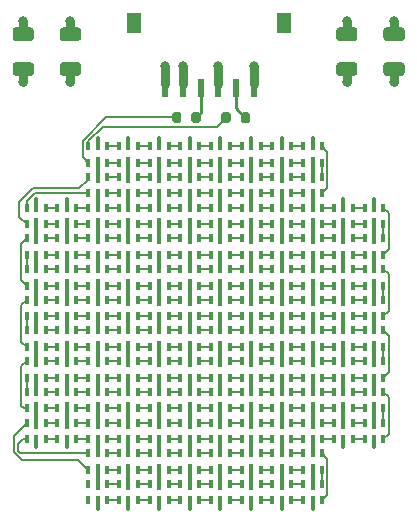
<source format=gbr>
G04 #@! TF.GenerationSoftware,KiCad,Pcbnew,(5.1.9-0-10_14)*
G04 #@! TF.CreationDate,2021-04-12T02:05:24-07:00*
G04 #@! TF.ProjectId,LED_array,4c45445f-6172-4726-9179-2e6b69636164,rev?*
G04 #@! TF.SameCoordinates,Original*
G04 #@! TF.FileFunction,Copper,L1,Top*
G04 #@! TF.FilePolarity,Positive*
%FSLAX46Y46*%
G04 Gerber Fmt 4.6, Leading zero omitted, Abs format (unit mm)*
G04 Created by KiCad (PCBNEW (5.1.9-0-10_14)) date 2021-04-12 02:05:24*
%MOMM*%
%LPD*%
G01*
G04 APERTURE LIST*
G04 #@! TA.AperFunction,SMDPad,CuDef*
%ADD10R,1.250000X1.800000*%
G04 #@! TD*
G04 #@! TA.AperFunction,SMDPad,CuDef*
%ADD11R,0.600000X1.600000*%
G04 #@! TD*
G04 #@! TA.AperFunction,SMDPad,CuDef*
%ADD12R,0.450000X0.850000*%
G04 #@! TD*
G04 #@! TA.AperFunction,SMDPad,CuDef*
%ADD13R,0.450000X0.650000*%
G04 #@! TD*
G04 #@! TA.AperFunction,ViaPad*
%ADD14C,0.800000*%
G04 #@! TD*
G04 #@! TA.AperFunction,ViaPad*
%ADD15C,0.400000*%
G04 #@! TD*
G04 #@! TA.AperFunction,Conductor*
%ADD16C,0.300000*%
G04 #@! TD*
G04 #@! TA.AperFunction,Conductor*
%ADD17C,0.800000*%
G04 #@! TD*
G04 #@! TA.AperFunction,Conductor*
%ADD18C,0.200000*%
G04 #@! TD*
G04 #@! TA.AperFunction,Conductor*
%ADD19C,0.127000*%
G04 #@! TD*
G04 #@! TA.AperFunction,Conductor*
%ADD20C,0.250000*%
G04 #@! TD*
G04 APERTURE END LIST*
D10*
X66715000Y-24550000D03*
D11*
X56610000Y-30040000D03*
X58110000Y-30040000D03*
X59610000Y-30040000D03*
X61110000Y-30040000D03*
X62610000Y-30040000D03*
D10*
X54005000Y-24550000D03*
D11*
X64110000Y-30040000D03*
D12*
X69100000Y-63700000D03*
D13*
X68300000Y-63600000D03*
X69900000Y-63600000D03*
X69100000Y-65000000D03*
X68300000Y-65000000D03*
X69900000Y-65000000D03*
D12*
X50900000Y-36300000D03*
D13*
X51700000Y-36400000D03*
X50100000Y-36400000D03*
X50900000Y-35000000D03*
X51700000Y-35000000D03*
X50100000Y-35000000D03*
D12*
X53500000Y-36300000D03*
D13*
X54300000Y-36400000D03*
X52700000Y-36400000D03*
X53500000Y-35000000D03*
X54300000Y-35000000D03*
X52700000Y-35000000D03*
D12*
X56100000Y-36300000D03*
D13*
X56900000Y-36400000D03*
X55300000Y-36400000D03*
X56100000Y-35000000D03*
X56900000Y-35000000D03*
X55300000Y-35000000D03*
D12*
X58700000Y-36300000D03*
D13*
X59500000Y-36400000D03*
X57900000Y-36400000D03*
X58700000Y-35000000D03*
X59500000Y-35000000D03*
X57900000Y-35000000D03*
D12*
X61300000Y-36300000D03*
D13*
X62100000Y-36400000D03*
X60500000Y-36400000D03*
X61300000Y-35000000D03*
X62100000Y-35000000D03*
X60500000Y-35000000D03*
D12*
X63900000Y-36300000D03*
D13*
X64700000Y-36400000D03*
X63100000Y-36400000D03*
X63900000Y-35000000D03*
X64700000Y-35000000D03*
X63100000Y-35000000D03*
D12*
X66500000Y-36300000D03*
D13*
X67300000Y-36400000D03*
X65700000Y-36400000D03*
X66500000Y-35000000D03*
X67300000Y-35000000D03*
X65700000Y-35000000D03*
D12*
X69100000Y-36300000D03*
D13*
X69900000Y-36400000D03*
X68300000Y-36400000D03*
X69100000Y-35000000D03*
X69900000Y-35000000D03*
X68300000Y-35000000D03*
D12*
X69100000Y-37700000D03*
D13*
X68300000Y-37600000D03*
X69900000Y-37600000D03*
X69100000Y-39000000D03*
X68300000Y-39000000D03*
X69900000Y-39000000D03*
D12*
X66500000Y-37700000D03*
D13*
X65700000Y-37600000D03*
X67300000Y-37600000D03*
X66500000Y-39000000D03*
X65700000Y-39000000D03*
X67300000Y-39000000D03*
D12*
X63900000Y-37700000D03*
D13*
X63100000Y-37600000D03*
X64700000Y-37600000D03*
X63900000Y-39000000D03*
X63100000Y-39000000D03*
X64700000Y-39000000D03*
D12*
X61300000Y-37700000D03*
D13*
X60500000Y-37600000D03*
X62100000Y-37600000D03*
X61300000Y-39000000D03*
X60500000Y-39000000D03*
X62100000Y-39000000D03*
D12*
X58700000Y-37700000D03*
D13*
X57900000Y-37600000D03*
X59500000Y-37600000D03*
X58700000Y-39000000D03*
X57900000Y-39000000D03*
X59500000Y-39000000D03*
D12*
X56100000Y-37700000D03*
D13*
X55300000Y-37600000D03*
X56900000Y-37600000D03*
X56100000Y-39000000D03*
X55300000Y-39000000D03*
X56900000Y-39000000D03*
D12*
X53500000Y-37700000D03*
D13*
X52700000Y-37600000D03*
X54300000Y-37600000D03*
X53500000Y-39000000D03*
X52700000Y-39000000D03*
X54300000Y-39000000D03*
D12*
X50900000Y-37700000D03*
D13*
X50100000Y-37600000D03*
X51700000Y-37600000D03*
X50900000Y-39000000D03*
X50100000Y-39000000D03*
X51700000Y-39000000D03*
D12*
X45700000Y-41500000D03*
D13*
X46500000Y-41600000D03*
X44900000Y-41600000D03*
X45700000Y-40200000D03*
X46500000Y-40200000D03*
X44900000Y-40200000D03*
D12*
X48300000Y-41500000D03*
D13*
X49100000Y-41600000D03*
X47500000Y-41600000D03*
X48300000Y-40200000D03*
X49100000Y-40200000D03*
X47500000Y-40200000D03*
D12*
X50900000Y-41500000D03*
D13*
X51700000Y-41600000D03*
X50100000Y-41600000D03*
X50900000Y-40200000D03*
X51700000Y-40200000D03*
X50100000Y-40200000D03*
D12*
X53500000Y-41500000D03*
D13*
X54300000Y-41600000D03*
X52700000Y-41600000D03*
X53500000Y-40200000D03*
X54300000Y-40200000D03*
X52700000Y-40200000D03*
D12*
X56100000Y-41500000D03*
D13*
X56900000Y-41600000D03*
X55300000Y-41600000D03*
X56100000Y-40200000D03*
X56900000Y-40200000D03*
X55300000Y-40200000D03*
D12*
X58700000Y-41500000D03*
D13*
X59500000Y-41600000D03*
X57900000Y-41600000D03*
X58700000Y-40200000D03*
X59500000Y-40200000D03*
X57900000Y-40200000D03*
D12*
X61300000Y-41500000D03*
D13*
X62100000Y-41600000D03*
X60500000Y-41600000D03*
X61300000Y-40200000D03*
X62100000Y-40200000D03*
X60500000Y-40200000D03*
D12*
X63900000Y-41500000D03*
D13*
X64700000Y-41600000D03*
X63100000Y-41600000D03*
X63900000Y-40200000D03*
X64700000Y-40200000D03*
X63100000Y-40200000D03*
D12*
X66500000Y-41500000D03*
D13*
X67300000Y-41600000D03*
X65700000Y-41600000D03*
X66500000Y-40200000D03*
X67300000Y-40200000D03*
X65700000Y-40200000D03*
D12*
X69100000Y-41500000D03*
D13*
X69900000Y-41600000D03*
X68300000Y-41600000D03*
X69100000Y-40200000D03*
X69900000Y-40200000D03*
X68300000Y-40200000D03*
D12*
X71700000Y-41500000D03*
D13*
X72500000Y-41600000D03*
X70900000Y-41600000D03*
X71700000Y-40200000D03*
X72500000Y-40200000D03*
X70900000Y-40200000D03*
D12*
X74300000Y-41500000D03*
D13*
X75100000Y-41600000D03*
X73500000Y-41600000D03*
X74300000Y-40200000D03*
X75100000Y-40200000D03*
X73500000Y-40200000D03*
D12*
X74300000Y-42900000D03*
D13*
X73500000Y-42800000D03*
X75100000Y-42800000D03*
X74300000Y-44200000D03*
X73500000Y-44200000D03*
X75100000Y-44200000D03*
D12*
X71700000Y-42900000D03*
D13*
X70900000Y-42800000D03*
X72500000Y-42800000D03*
X71700000Y-44200000D03*
X70900000Y-44200000D03*
X72500000Y-44200000D03*
D12*
X69100000Y-42900000D03*
D13*
X68300000Y-42800000D03*
X69900000Y-42800000D03*
X69100000Y-44200000D03*
X68300000Y-44200000D03*
X69900000Y-44200000D03*
D12*
X66500000Y-42900000D03*
D13*
X65700000Y-42800000D03*
X67300000Y-42800000D03*
X66500000Y-44200000D03*
X65700000Y-44200000D03*
X67300000Y-44200000D03*
D12*
X63900000Y-42900000D03*
D13*
X63100000Y-42800000D03*
X64700000Y-42800000D03*
X63900000Y-44200000D03*
X63100000Y-44200000D03*
X64700000Y-44200000D03*
D12*
X61300000Y-42900000D03*
D13*
X60500000Y-42800000D03*
X62100000Y-42800000D03*
X61300000Y-44200000D03*
X60500000Y-44200000D03*
X62100000Y-44200000D03*
D12*
X58700000Y-42900000D03*
D13*
X57900000Y-42800000D03*
X59500000Y-42800000D03*
X58700000Y-44200000D03*
X57900000Y-44200000D03*
X59500000Y-44200000D03*
D12*
X56100000Y-42900000D03*
D13*
X55300000Y-42800000D03*
X56900000Y-42800000D03*
X56100000Y-44200000D03*
X55300000Y-44200000D03*
X56900000Y-44200000D03*
D12*
X53500000Y-42900000D03*
D13*
X52700000Y-42800000D03*
X54300000Y-42800000D03*
X53500000Y-44200000D03*
X52700000Y-44200000D03*
X54300000Y-44200000D03*
D12*
X50900000Y-42900000D03*
D13*
X50100000Y-42800000D03*
X51700000Y-42800000D03*
X50900000Y-44200000D03*
X50100000Y-44200000D03*
X51700000Y-44200000D03*
D12*
X48300000Y-42900000D03*
D13*
X47500000Y-42800000D03*
X49100000Y-42800000D03*
X48300000Y-44200000D03*
X47500000Y-44200000D03*
X49100000Y-44200000D03*
D12*
X45700000Y-42900000D03*
D13*
X44900000Y-42800000D03*
X46500000Y-42800000D03*
X45700000Y-44200000D03*
X44900000Y-44200000D03*
X46500000Y-44200000D03*
D12*
X45700000Y-46700000D03*
D13*
X46500000Y-46800000D03*
X44900000Y-46800000D03*
X45700000Y-45400000D03*
X46500000Y-45400000D03*
X44900000Y-45400000D03*
D12*
X48300000Y-46700000D03*
D13*
X49100000Y-46800000D03*
X47500000Y-46800000D03*
X48300000Y-45400000D03*
X49100000Y-45400000D03*
X47500000Y-45400000D03*
D12*
X50900000Y-46700000D03*
D13*
X51700000Y-46800000D03*
X50100000Y-46800000D03*
X50900000Y-45400000D03*
X51700000Y-45400000D03*
X50100000Y-45400000D03*
D12*
X53500000Y-46700000D03*
D13*
X54300000Y-46800000D03*
X52700000Y-46800000D03*
X53500000Y-45400000D03*
X54300000Y-45400000D03*
X52700000Y-45400000D03*
D12*
X56100000Y-46700000D03*
D13*
X56900000Y-46800000D03*
X55300000Y-46800000D03*
X56100000Y-45400000D03*
X56900000Y-45400000D03*
X55300000Y-45400000D03*
D12*
X58700000Y-46700000D03*
D13*
X59500000Y-46800000D03*
X57900000Y-46800000D03*
X58700000Y-45400000D03*
X59500000Y-45400000D03*
X57900000Y-45400000D03*
D12*
X61300000Y-46700000D03*
D13*
X62100000Y-46800000D03*
X60500000Y-46800000D03*
X61300000Y-45400000D03*
X62100000Y-45400000D03*
X60500000Y-45400000D03*
D12*
X63900000Y-46700000D03*
D13*
X64700000Y-46800000D03*
X63100000Y-46800000D03*
X63900000Y-45400000D03*
X64700000Y-45400000D03*
X63100000Y-45400000D03*
D12*
X66500000Y-46700000D03*
D13*
X67300000Y-46800000D03*
X65700000Y-46800000D03*
X66500000Y-45400000D03*
X67300000Y-45400000D03*
X65700000Y-45400000D03*
D12*
X69100000Y-46700000D03*
D13*
X69900000Y-46800000D03*
X68300000Y-46800000D03*
X69100000Y-45400000D03*
X69900000Y-45400000D03*
X68300000Y-45400000D03*
D12*
X71700000Y-46700000D03*
D13*
X72500000Y-46800000D03*
X70900000Y-46800000D03*
X71700000Y-45400000D03*
X72500000Y-45400000D03*
X70900000Y-45400000D03*
D12*
X74300000Y-46700000D03*
D13*
X75100000Y-46800000D03*
X73500000Y-46800000D03*
X74300000Y-45400000D03*
X75100000Y-45400000D03*
X73500000Y-45400000D03*
D12*
X74300000Y-48100000D03*
D13*
X73500000Y-48000000D03*
X75100000Y-48000000D03*
X74300000Y-49400000D03*
X73500000Y-49400000D03*
X75100000Y-49400000D03*
D12*
X71700000Y-48100000D03*
D13*
X70900000Y-48000000D03*
X72500000Y-48000000D03*
X71700000Y-49400000D03*
X70900000Y-49400000D03*
X72500000Y-49400000D03*
D12*
X69100000Y-48100000D03*
D13*
X68300000Y-48000000D03*
X69900000Y-48000000D03*
X69100000Y-49400000D03*
X68300000Y-49400000D03*
X69900000Y-49400000D03*
D12*
X66500000Y-48100000D03*
D13*
X65700000Y-48000000D03*
X67300000Y-48000000D03*
X66500000Y-49400000D03*
X65700000Y-49400000D03*
X67300000Y-49400000D03*
D12*
X63900000Y-48100000D03*
D13*
X63100000Y-48000000D03*
X64700000Y-48000000D03*
X63900000Y-49400000D03*
X63100000Y-49400000D03*
X64700000Y-49400000D03*
D12*
X61300000Y-48100000D03*
D13*
X60500000Y-48000000D03*
X62100000Y-48000000D03*
X61300000Y-49400000D03*
X60500000Y-49400000D03*
X62100000Y-49400000D03*
D12*
X58700000Y-48100000D03*
D13*
X57900000Y-48000000D03*
X59500000Y-48000000D03*
X58700000Y-49400000D03*
X57900000Y-49400000D03*
X59500000Y-49400000D03*
D12*
X56100000Y-48100000D03*
D13*
X55300000Y-48000000D03*
X56900000Y-48000000D03*
X56100000Y-49400000D03*
X55300000Y-49400000D03*
X56900000Y-49400000D03*
D12*
X53500000Y-48100000D03*
D13*
X52700000Y-48000000D03*
X54300000Y-48000000D03*
X53500000Y-49400000D03*
X52700000Y-49400000D03*
X54300000Y-49400000D03*
D12*
X50900000Y-48100000D03*
D13*
X50100000Y-48000000D03*
X51700000Y-48000000D03*
X50900000Y-49400000D03*
X50100000Y-49400000D03*
X51700000Y-49400000D03*
D12*
X48300000Y-48100000D03*
D13*
X47500000Y-48000000D03*
X49100000Y-48000000D03*
X48300000Y-49400000D03*
X47500000Y-49400000D03*
X49100000Y-49400000D03*
D12*
X45700000Y-48100000D03*
D13*
X44900000Y-48000000D03*
X46500000Y-48000000D03*
X45700000Y-49400000D03*
X44900000Y-49400000D03*
X46500000Y-49400000D03*
D12*
X45700000Y-51900000D03*
D13*
X46500000Y-52000000D03*
X44900000Y-52000000D03*
X45700000Y-50600000D03*
X46500000Y-50600000D03*
X44900000Y-50600000D03*
D12*
X48300000Y-51900000D03*
D13*
X49100000Y-52000000D03*
X47500000Y-52000000D03*
X48300000Y-50600000D03*
X49100000Y-50600000D03*
X47500000Y-50600000D03*
D12*
X50900000Y-51900000D03*
D13*
X51700000Y-52000000D03*
X50100000Y-52000000D03*
X50900000Y-50600000D03*
X51700000Y-50600000D03*
X50100000Y-50600000D03*
D12*
X53500000Y-51900000D03*
D13*
X54300000Y-52000000D03*
X52700000Y-52000000D03*
X53500000Y-50600000D03*
X54300000Y-50600000D03*
X52700000Y-50600000D03*
D12*
X56100000Y-51900000D03*
D13*
X56900000Y-52000000D03*
X55300000Y-52000000D03*
X56100000Y-50600000D03*
X56900000Y-50600000D03*
X55300000Y-50600000D03*
D12*
X58700000Y-51900000D03*
D13*
X59500000Y-52000000D03*
X57900000Y-52000000D03*
X58700000Y-50600000D03*
X59500000Y-50600000D03*
X57900000Y-50600000D03*
D12*
X61300000Y-51900000D03*
D13*
X62100000Y-52000000D03*
X60500000Y-52000000D03*
X61300000Y-50600000D03*
X62100000Y-50600000D03*
X60500000Y-50600000D03*
D12*
X63900000Y-51900000D03*
D13*
X64700000Y-52000000D03*
X63100000Y-52000000D03*
X63900000Y-50600000D03*
X64700000Y-50600000D03*
X63100000Y-50600000D03*
D12*
X66500000Y-51900000D03*
D13*
X67300000Y-52000000D03*
X65700000Y-52000000D03*
X66500000Y-50600000D03*
X67300000Y-50600000D03*
X65700000Y-50600000D03*
D12*
X69100000Y-51900000D03*
D13*
X69900000Y-52000000D03*
X68300000Y-52000000D03*
X69100000Y-50600000D03*
X69900000Y-50600000D03*
X68300000Y-50600000D03*
D12*
X71700000Y-51900000D03*
D13*
X72500000Y-52000000D03*
X70900000Y-52000000D03*
X71700000Y-50600000D03*
X72500000Y-50600000D03*
X70900000Y-50600000D03*
D12*
X74300000Y-51900000D03*
D13*
X75100000Y-52000000D03*
X73500000Y-52000000D03*
X74300000Y-50600000D03*
X75100000Y-50600000D03*
X73500000Y-50600000D03*
D12*
X74300000Y-53300000D03*
D13*
X73500000Y-53200000D03*
X75100000Y-53200000D03*
X74300000Y-54600000D03*
X73500000Y-54600000D03*
X75100000Y-54600000D03*
D12*
X71700000Y-53300000D03*
D13*
X70900000Y-53200000D03*
X72500000Y-53200000D03*
X71700000Y-54600000D03*
X70900000Y-54600000D03*
X72500000Y-54600000D03*
D12*
X69100000Y-53300000D03*
D13*
X68300000Y-53200000D03*
X69900000Y-53200000D03*
X69100000Y-54600000D03*
X68300000Y-54600000D03*
X69900000Y-54600000D03*
D12*
X66500000Y-53300000D03*
D13*
X65700000Y-53200000D03*
X67300000Y-53200000D03*
X66500000Y-54600000D03*
X65700000Y-54600000D03*
X67300000Y-54600000D03*
D12*
X63900000Y-53300000D03*
D13*
X63100000Y-53200000D03*
X64700000Y-53200000D03*
X63900000Y-54600000D03*
X63100000Y-54600000D03*
X64700000Y-54600000D03*
D12*
X61300000Y-53300000D03*
D13*
X60500000Y-53200000D03*
X62100000Y-53200000D03*
X61300000Y-54600000D03*
X60500000Y-54600000D03*
X62100000Y-54600000D03*
D12*
X58700000Y-53300000D03*
D13*
X57900000Y-53200000D03*
X59500000Y-53200000D03*
X58700000Y-54600000D03*
X57900000Y-54600000D03*
X59500000Y-54600000D03*
D12*
X56100000Y-53300000D03*
D13*
X55300000Y-53200000D03*
X56900000Y-53200000D03*
X56100000Y-54600000D03*
X55300000Y-54600000D03*
X56900000Y-54600000D03*
D12*
X53500000Y-53300000D03*
D13*
X52700000Y-53200000D03*
X54300000Y-53200000D03*
X53500000Y-54600000D03*
X52700000Y-54600000D03*
X54300000Y-54600000D03*
D12*
X50900000Y-53300000D03*
D13*
X50100000Y-53200000D03*
X51700000Y-53200000D03*
X50900000Y-54600000D03*
X50100000Y-54600000D03*
X51700000Y-54600000D03*
D12*
X48300000Y-53300000D03*
D13*
X47500000Y-53200000D03*
X49100000Y-53200000D03*
X48300000Y-54600000D03*
X47500000Y-54600000D03*
X49100000Y-54600000D03*
D12*
X45700000Y-53300000D03*
D13*
X44900000Y-53200000D03*
X46500000Y-53200000D03*
X45700000Y-54600000D03*
X44900000Y-54600000D03*
X46500000Y-54600000D03*
D12*
X45700000Y-57100000D03*
D13*
X46500000Y-57200000D03*
X44900000Y-57200000D03*
X45700000Y-55800000D03*
X46500000Y-55800000D03*
X44900000Y-55800000D03*
D12*
X48300000Y-57100000D03*
D13*
X49100000Y-57200000D03*
X47500000Y-57200000D03*
X48300000Y-55800000D03*
X49100000Y-55800000D03*
X47500000Y-55800000D03*
D12*
X50900000Y-57100000D03*
D13*
X51700000Y-57200000D03*
X50100000Y-57200000D03*
X50900000Y-55800000D03*
X51700000Y-55800000D03*
X50100000Y-55800000D03*
D12*
X53500000Y-57100000D03*
D13*
X54300000Y-57200000D03*
X52700000Y-57200000D03*
X53500000Y-55800000D03*
X54300000Y-55800000D03*
X52700000Y-55800000D03*
D12*
X56100000Y-57100000D03*
D13*
X56900000Y-57200000D03*
X55300000Y-57200000D03*
X56100000Y-55800000D03*
X56900000Y-55800000D03*
X55300000Y-55800000D03*
D12*
X58700000Y-57100000D03*
D13*
X59500000Y-57200000D03*
X57900000Y-57200000D03*
X58700000Y-55800000D03*
X59500000Y-55800000D03*
X57900000Y-55800000D03*
D12*
X61300000Y-57100000D03*
D13*
X62100000Y-57200000D03*
X60500000Y-57200000D03*
X61300000Y-55800000D03*
X62100000Y-55800000D03*
X60500000Y-55800000D03*
D12*
X63900000Y-57100000D03*
D13*
X64700000Y-57200000D03*
X63100000Y-57200000D03*
X63900000Y-55800000D03*
X64700000Y-55800000D03*
X63100000Y-55800000D03*
D12*
X66500000Y-57100000D03*
D13*
X67300000Y-57200000D03*
X65700000Y-57200000D03*
X66500000Y-55800000D03*
X67300000Y-55800000D03*
X65700000Y-55800000D03*
D12*
X69100000Y-57100000D03*
D13*
X69900000Y-57200000D03*
X68300000Y-57200000D03*
X69100000Y-55800000D03*
X69900000Y-55800000D03*
X68300000Y-55800000D03*
D12*
X71700000Y-57100000D03*
D13*
X72500000Y-57200000D03*
X70900000Y-57200000D03*
X71700000Y-55800000D03*
X72500000Y-55800000D03*
X70900000Y-55800000D03*
D12*
X74300000Y-57100000D03*
D13*
X75100000Y-57200000D03*
X73500000Y-57200000D03*
X74300000Y-55800000D03*
X75100000Y-55800000D03*
X73500000Y-55800000D03*
D12*
X74300000Y-58500000D03*
D13*
X73500000Y-58400000D03*
X75100000Y-58400000D03*
X74300000Y-59800000D03*
X73500000Y-59800000D03*
X75100000Y-59800000D03*
D12*
X71700000Y-58500000D03*
D13*
X70900000Y-58400000D03*
X72500000Y-58400000D03*
X71700000Y-59800000D03*
X70900000Y-59800000D03*
X72500000Y-59800000D03*
D12*
X69100000Y-58500000D03*
D13*
X68300000Y-58400000D03*
X69900000Y-58400000D03*
X69100000Y-59800000D03*
X68300000Y-59800000D03*
X69900000Y-59800000D03*
D12*
X66500000Y-58500000D03*
D13*
X65700000Y-58400000D03*
X67300000Y-58400000D03*
X66500000Y-59800000D03*
X65700000Y-59800000D03*
X67300000Y-59800000D03*
D12*
X63900000Y-58500000D03*
D13*
X63100000Y-58400000D03*
X64700000Y-58400000D03*
X63900000Y-59800000D03*
X63100000Y-59800000D03*
X64700000Y-59800000D03*
D12*
X61300000Y-58500000D03*
D13*
X60500000Y-58400000D03*
X62100000Y-58400000D03*
X61300000Y-59800000D03*
X60500000Y-59800000D03*
X62100000Y-59800000D03*
D12*
X58700000Y-58500000D03*
D13*
X57900000Y-58400000D03*
X59500000Y-58400000D03*
X58700000Y-59800000D03*
X57900000Y-59800000D03*
X59500000Y-59800000D03*
D12*
X56100000Y-58500000D03*
D13*
X55300000Y-58400000D03*
X56900000Y-58400000D03*
X56100000Y-59800000D03*
X55300000Y-59800000D03*
X56900000Y-59800000D03*
D12*
X53500000Y-58500000D03*
D13*
X52700000Y-58400000D03*
X54300000Y-58400000D03*
X53500000Y-59800000D03*
X52700000Y-59800000D03*
X54300000Y-59800000D03*
D12*
X50900000Y-58500000D03*
D13*
X50100000Y-58400000D03*
X51700000Y-58400000D03*
X50900000Y-59800000D03*
X50100000Y-59800000D03*
X51700000Y-59800000D03*
D12*
X48300000Y-58500000D03*
D13*
X47500000Y-58400000D03*
X49100000Y-58400000D03*
X48300000Y-59800000D03*
X47500000Y-59800000D03*
X49100000Y-59800000D03*
D12*
X45700000Y-58500000D03*
D13*
X44900000Y-58400000D03*
X46500000Y-58400000D03*
X45700000Y-59800000D03*
X44900000Y-59800000D03*
X46500000Y-59800000D03*
D12*
X50900000Y-62300000D03*
D13*
X51700000Y-62400000D03*
X50100000Y-62400000D03*
X50900000Y-61000000D03*
X51700000Y-61000000D03*
X50100000Y-61000000D03*
D12*
X53500000Y-62300000D03*
D13*
X54300000Y-62400000D03*
X52700000Y-62400000D03*
X53500000Y-61000000D03*
X54300000Y-61000000D03*
X52700000Y-61000000D03*
D12*
X56100000Y-62300000D03*
D13*
X56900000Y-62400000D03*
X55300000Y-62400000D03*
X56100000Y-61000000D03*
X56900000Y-61000000D03*
X55300000Y-61000000D03*
D12*
X58700000Y-62300000D03*
D13*
X59500000Y-62400000D03*
X57900000Y-62400000D03*
X58700000Y-61000000D03*
X59500000Y-61000000D03*
X57900000Y-61000000D03*
D12*
X61300000Y-62300000D03*
D13*
X62100000Y-62400000D03*
X60500000Y-62400000D03*
X61300000Y-61000000D03*
X62100000Y-61000000D03*
X60500000Y-61000000D03*
D12*
X63900000Y-62300000D03*
D13*
X64700000Y-62400000D03*
X63100000Y-62400000D03*
X63900000Y-61000000D03*
X64700000Y-61000000D03*
X63100000Y-61000000D03*
D12*
X66500000Y-62300000D03*
D13*
X67300000Y-62400000D03*
X65700000Y-62400000D03*
X66500000Y-61000000D03*
X67300000Y-61000000D03*
X65700000Y-61000000D03*
D12*
X69100000Y-62300000D03*
D13*
X69900000Y-62400000D03*
X68300000Y-62400000D03*
X69100000Y-61000000D03*
X69900000Y-61000000D03*
X68300000Y-61000000D03*
D12*
X66500000Y-63700000D03*
D13*
X65700000Y-63600000D03*
X67300000Y-63600000D03*
X66500000Y-65000000D03*
X65700000Y-65000000D03*
X67300000Y-65000000D03*
D12*
X63900000Y-63700000D03*
D13*
X63100000Y-63600000D03*
X64700000Y-63600000D03*
X63900000Y-65000000D03*
X63100000Y-65000000D03*
X64700000Y-65000000D03*
D12*
X61300000Y-63700000D03*
D13*
X60500000Y-63600000D03*
X62100000Y-63600000D03*
X61300000Y-65000000D03*
X60500000Y-65000000D03*
X62100000Y-65000000D03*
D12*
X58700000Y-63700000D03*
D13*
X57900000Y-63600000D03*
X59500000Y-63600000D03*
X58700000Y-65000000D03*
X57900000Y-65000000D03*
X59500000Y-65000000D03*
D12*
X56100000Y-63700000D03*
D13*
X55300000Y-63600000D03*
X56900000Y-63600000D03*
X56100000Y-65000000D03*
X55300000Y-65000000D03*
X56900000Y-65000000D03*
D12*
X53500000Y-63700000D03*
D13*
X52700000Y-63600000D03*
X54300000Y-63600000D03*
X53500000Y-65000000D03*
X52700000Y-65000000D03*
X54300000Y-65000000D03*
X51700000Y-65000000D03*
X50100000Y-65000000D03*
X50900000Y-65000000D03*
X51700000Y-63600000D03*
X50100000Y-63600000D03*
D12*
X50900000Y-63700000D03*
G04 #@! TA.AperFunction,SMDPad,CuDef*
G36*
G01*
X49250001Y-26100000D02*
X47949999Y-26100000D01*
G75*
G02*
X47700000Y-25850001I0J249999D01*
G01*
X47700000Y-25199999D01*
G75*
G02*
X47949999Y-24950000I249999J0D01*
G01*
X49250001Y-24950000D01*
G75*
G02*
X49500000Y-25199999I0J-249999D01*
G01*
X49500000Y-25850001D01*
G75*
G02*
X49250001Y-26100000I-249999J0D01*
G01*
G37*
G04 #@! TD.AperFunction*
G04 #@! TA.AperFunction,SMDPad,CuDef*
G36*
G01*
X49250001Y-29050000D02*
X47949999Y-29050000D01*
G75*
G02*
X47700000Y-28800001I0J249999D01*
G01*
X47700000Y-28149999D01*
G75*
G02*
X47949999Y-27900000I249999J0D01*
G01*
X49250001Y-27900000D01*
G75*
G02*
X49500000Y-28149999I0J-249999D01*
G01*
X49500000Y-28800001D01*
G75*
G02*
X49250001Y-29050000I-249999J0D01*
G01*
G37*
G04 #@! TD.AperFunction*
G04 #@! TA.AperFunction,SMDPad,CuDef*
G36*
G01*
X76650001Y-26100000D02*
X75349999Y-26100000D01*
G75*
G02*
X75100000Y-25850001I0J249999D01*
G01*
X75100000Y-25199999D01*
G75*
G02*
X75349999Y-24950000I249999J0D01*
G01*
X76650001Y-24950000D01*
G75*
G02*
X76900000Y-25199999I0J-249999D01*
G01*
X76900000Y-25850001D01*
G75*
G02*
X76650001Y-26100000I-249999J0D01*
G01*
G37*
G04 #@! TD.AperFunction*
G04 #@! TA.AperFunction,SMDPad,CuDef*
G36*
G01*
X76650001Y-29050000D02*
X75349999Y-29050000D01*
G75*
G02*
X75100000Y-28800001I0J249999D01*
G01*
X75100000Y-28149999D01*
G75*
G02*
X75349999Y-27900000I249999J0D01*
G01*
X76650001Y-27900000D01*
G75*
G02*
X76900000Y-28149999I0J-249999D01*
G01*
X76900000Y-28800001D01*
G75*
G02*
X76650001Y-29050000I-249999J0D01*
G01*
G37*
G04 #@! TD.AperFunction*
G04 #@! TA.AperFunction,SMDPad,CuDef*
G36*
G01*
X45250001Y-26100000D02*
X43949999Y-26100000D01*
G75*
G02*
X43700000Y-25850001I0J249999D01*
G01*
X43700000Y-25199999D01*
G75*
G02*
X43949999Y-24950000I249999J0D01*
G01*
X45250001Y-24950000D01*
G75*
G02*
X45500000Y-25199999I0J-249999D01*
G01*
X45500000Y-25850001D01*
G75*
G02*
X45250001Y-26100000I-249999J0D01*
G01*
G37*
G04 #@! TD.AperFunction*
G04 #@! TA.AperFunction,SMDPad,CuDef*
G36*
G01*
X45250001Y-29050000D02*
X43949999Y-29050000D01*
G75*
G02*
X43700000Y-28800001I0J249999D01*
G01*
X43700000Y-28149999D01*
G75*
G02*
X43949999Y-27900000I249999J0D01*
G01*
X45250001Y-27900000D01*
G75*
G02*
X45500000Y-28149999I0J-249999D01*
G01*
X45500000Y-28800001D01*
G75*
G02*
X45250001Y-29050000I-249999J0D01*
G01*
G37*
G04 #@! TD.AperFunction*
G04 #@! TA.AperFunction,SMDPad,CuDef*
G36*
G01*
X72650001Y-26100000D02*
X71349999Y-26100000D01*
G75*
G02*
X71100000Y-25850001I0J249999D01*
G01*
X71100000Y-25199999D01*
G75*
G02*
X71349999Y-24950000I249999J0D01*
G01*
X72650001Y-24950000D01*
G75*
G02*
X72900000Y-25199999I0J-249999D01*
G01*
X72900000Y-25850001D01*
G75*
G02*
X72650001Y-26100000I-249999J0D01*
G01*
G37*
G04 #@! TD.AperFunction*
G04 #@! TA.AperFunction,SMDPad,CuDef*
G36*
G01*
X72650001Y-29050000D02*
X71349999Y-29050000D01*
G75*
G02*
X71100000Y-28800001I0J249999D01*
G01*
X71100000Y-28149999D01*
G75*
G02*
X71349999Y-27900000I249999J0D01*
G01*
X72650001Y-27900000D01*
G75*
G02*
X72900000Y-28149999I0J-249999D01*
G01*
X72900000Y-28800001D01*
G75*
G02*
X72650001Y-29050000I-249999J0D01*
G01*
G37*
G04 #@! TD.AperFunction*
G04 #@! TA.AperFunction,SMDPad,CuDef*
G36*
G01*
X63005000Y-32865000D02*
X63005000Y-32315000D01*
G75*
G02*
X63205000Y-32115000I200000J0D01*
G01*
X63605000Y-32115000D01*
G75*
G02*
X63805000Y-32315000I0J-200000D01*
G01*
X63805000Y-32865000D01*
G75*
G02*
X63605000Y-33065000I-200000J0D01*
G01*
X63205000Y-33065000D01*
G75*
G02*
X63005000Y-32865000I0J200000D01*
G01*
G37*
G04 #@! TD.AperFunction*
G04 #@! TA.AperFunction,SMDPad,CuDef*
G36*
G01*
X61355000Y-32865000D02*
X61355000Y-32315000D01*
G75*
G02*
X61555000Y-32115000I200000J0D01*
G01*
X61955000Y-32115000D01*
G75*
G02*
X62155000Y-32315000I0J-200000D01*
G01*
X62155000Y-32865000D01*
G75*
G02*
X61955000Y-33065000I-200000J0D01*
G01*
X61555000Y-33065000D01*
G75*
G02*
X61355000Y-32865000I0J200000D01*
G01*
G37*
G04 #@! TD.AperFunction*
G04 #@! TA.AperFunction,SMDPad,CuDef*
G36*
G01*
X58845000Y-32845000D02*
X58845000Y-32295000D01*
G75*
G02*
X59045000Y-32095000I200000J0D01*
G01*
X59445000Y-32095000D01*
G75*
G02*
X59645000Y-32295000I0J-200000D01*
G01*
X59645000Y-32845000D01*
G75*
G02*
X59445000Y-33045000I-200000J0D01*
G01*
X59045000Y-33045000D01*
G75*
G02*
X58845000Y-32845000I0J200000D01*
G01*
G37*
G04 #@! TD.AperFunction*
G04 #@! TA.AperFunction,SMDPad,CuDef*
G36*
G01*
X57195000Y-32845000D02*
X57195000Y-32295000D01*
G75*
G02*
X57395000Y-32095000I200000J0D01*
G01*
X57795000Y-32095000D01*
G75*
G02*
X57995000Y-32295000I0J-200000D01*
G01*
X57995000Y-32845000D01*
G75*
G02*
X57795000Y-33045000I-200000J0D01*
G01*
X57395000Y-33045000D01*
G75*
G02*
X57195000Y-32845000I0J200000D01*
G01*
G37*
G04 #@! TD.AperFunction*
D14*
X76000000Y-24400000D03*
X72000000Y-24400000D03*
X44600000Y-24400000D03*
X48600000Y-24400000D03*
X58100000Y-28220000D03*
X61110000Y-28210000D03*
X64130000Y-28190000D03*
D15*
X71700000Y-39600000D03*
X45700000Y-39600000D03*
X50900000Y-34400000D03*
X53500000Y-34400000D03*
X56100000Y-34400000D03*
X58700000Y-34400000D03*
X61300000Y-34400000D03*
X63900000Y-34400000D03*
X66500000Y-34400000D03*
X69100000Y-34400000D03*
X50900000Y-39600000D03*
X53500000Y-39600000D03*
X56100000Y-39600000D03*
X58700000Y-39600000D03*
X61300000Y-39600000D03*
X63900000Y-39600000D03*
X66500000Y-39600000D03*
X69100000Y-39600000D03*
X50900000Y-44800000D03*
X53500000Y-44800000D03*
X56100000Y-44800000D03*
X58700000Y-44800000D03*
X61300000Y-44800000D03*
X63900000Y-44800000D03*
X66500000Y-44800000D03*
X69100000Y-44800000D03*
X50900000Y-50000000D03*
X53500000Y-50000000D03*
X56100000Y-50000000D03*
X58700000Y-50000000D03*
X61300000Y-50000000D03*
X63900000Y-50000000D03*
X66500000Y-50000000D03*
X69100000Y-50000000D03*
X50900000Y-55200000D03*
X53500000Y-55200000D03*
X56100000Y-55200000D03*
X58700000Y-55200000D03*
X61300000Y-55200000D03*
X63900000Y-55200000D03*
X66500000Y-55200000D03*
X69100000Y-55200000D03*
X50900000Y-60400000D03*
X53500000Y-60400000D03*
X56100000Y-60400000D03*
X58700000Y-60400000D03*
X61300000Y-60400000D03*
X63900000Y-60400000D03*
X66500000Y-60400000D03*
X69100000Y-60400000D03*
X50900000Y-65600000D03*
X53500000Y-65600000D03*
X56100000Y-65600000D03*
X58700000Y-65600000D03*
X61300000Y-65600000D03*
X63900000Y-65600000D03*
X66500000Y-65600000D03*
X69100000Y-65600000D03*
X48300000Y-39600000D03*
X45700000Y-44800000D03*
X48300000Y-44800000D03*
X45700000Y-50000000D03*
X48300000Y-50000000D03*
X45700000Y-55200000D03*
X48300000Y-55200000D03*
X45700000Y-60400000D03*
X48300000Y-60400000D03*
X74300000Y-39600000D03*
X71700000Y-44800000D03*
X74300000Y-44800000D03*
X71700000Y-50000000D03*
X74300000Y-50000000D03*
X71700000Y-55200000D03*
X74300000Y-55200000D03*
X71700000Y-60400000D03*
X74300000Y-60400000D03*
D14*
X56610000Y-28210000D03*
D15*
X71700000Y-42200000D03*
X45700000Y-42200000D03*
X50900000Y-37010000D03*
X53500000Y-37010000D03*
X56100000Y-37010000D03*
X58700000Y-37010000D03*
X61300000Y-37010000D03*
X63900000Y-37010000D03*
X66500000Y-37010000D03*
X69100000Y-37010000D03*
X50900000Y-42210000D03*
X53500000Y-42210000D03*
X56100000Y-42210000D03*
X58700000Y-42210000D03*
X61300000Y-42210000D03*
X63900000Y-42210000D03*
X66500000Y-42210000D03*
X69100000Y-42210000D03*
X50900000Y-47410000D03*
X53500000Y-47410000D03*
X56100000Y-47410000D03*
X58700000Y-47410000D03*
X61300000Y-47410000D03*
X63900000Y-47410000D03*
X66500000Y-47410000D03*
X69100000Y-47410000D03*
X50900000Y-52610000D03*
X53500000Y-52610000D03*
X56100000Y-52610000D03*
X58700000Y-52610000D03*
X61300000Y-52610000D03*
X63900000Y-52610000D03*
X66500000Y-52610000D03*
X69100000Y-52610000D03*
X50900000Y-57810000D03*
X53500000Y-57810000D03*
X56100000Y-57810000D03*
X58700000Y-57810000D03*
X61300000Y-57810000D03*
X63900000Y-57810000D03*
X66500000Y-57810000D03*
X69100000Y-57810000D03*
X50900000Y-63010000D03*
X53500000Y-63010000D03*
X56100000Y-63010000D03*
X58700000Y-63010000D03*
X61300000Y-63010000D03*
X63900000Y-63010000D03*
X66500000Y-63010000D03*
X69100000Y-63010000D03*
X48300000Y-42200000D03*
X45700000Y-47400000D03*
X48300000Y-47400000D03*
X45700000Y-52600000D03*
X48300000Y-52600000D03*
X45700000Y-57800000D03*
X48300000Y-57800000D03*
X74300000Y-42200000D03*
X71700000Y-47400000D03*
X74300000Y-47400000D03*
X71700000Y-52600000D03*
X74300000Y-52600000D03*
X71700000Y-57800000D03*
X74300000Y-57800000D03*
D14*
X76000000Y-29600000D03*
X72000000Y-29600000D03*
X48600000Y-29600000D03*
X44600000Y-29600000D03*
D16*
X50900000Y-34300000D02*
X50900000Y-34300000D01*
X53500000Y-34300000D02*
X53500000Y-35000000D01*
X56100000Y-34300000D02*
X56100000Y-35000000D01*
X58700000Y-34300000D02*
X58700000Y-35000000D01*
X61300000Y-34300000D02*
X61300000Y-35000000D01*
X63900000Y-34300000D02*
X63900000Y-35000000D01*
X66500000Y-34300000D02*
X66500000Y-35000000D01*
X69100000Y-34300000D02*
X69100000Y-35000000D01*
X69100000Y-39000000D02*
X69100000Y-39700000D01*
X66500000Y-39000000D02*
X66500000Y-39700000D01*
X63900000Y-39000000D02*
X63900000Y-39700000D01*
X61300000Y-39000000D02*
X61300000Y-39700000D01*
X58700000Y-39000000D02*
X58700000Y-39700000D01*
X56100000Y-39000000D02*
X56100000Y-39700000D01*
X53500000Y-39000000D02*
X53500000Y-39700000D01*
X50900000Y-39000000D02*
X50900000Y-39700000D01*
X45700000Y-39500000D02*
X45700000Y-40200000D01*
X48300000Y-39500000D02*
X48300000Y-40200000D01*
X50900000Y-39500000D02*
X50900000Y-40200000D01*
X53500000Y-39500000D02*
X53500000Y-40200000D01*
X56100000Y-39500000D02*
X56100000Y-40200000D01*
X58700000Y-39500000D02*
X58700000Y-40200000D01*
X61300000Y-39500000D02*
X61300000Y-40200000D01*
X63900000Y-39500000D02*
X63900000Y-40200000D01*
X66500000Y-39500000D02*
X66500000Y-40200000D01*
X69100000Y-39500000D02*
X69100000Y-40200000D01*
X71700000Y-39500000D02*
X71700000Y-40200000D01*
X74300000Y-39500000D02*
X74300000Y-40200000D01*
X74300000Y-44200000D02*
X74300000Y-44900000D01*
X71700000Y-44200000D02*
X71700000Y-44900000D01*
X69100000Y-44200000D02*
X69100000Y-44900000D01*
X66500000Y-44200000D02*
X66500000Y-44900000D01*
X63900000Y-44200000D02*
X63900000Y-44900000D01*
X61300000Y-44200000D02*
X61300000Y-44900000D01*
X58700000Y-44200000D02*
X58700000Y-44900000D01*
X56100000Y-44200000D02*
X56100000Y-44900000D01*
X53500000Y-44200000D02*
X53500000Y-44900000D01*
X50900000Y-44200000D02*
X50900000Y-44900000D01*
X48300000Y-44200000D02*
X48300000Y-44900000D01*
X45700000Y-44200000D02*
X45700000Y-44900000D01*
X45700000Y-44700000D02*
X45700000Y-45400000D01*
X48300000Y-44700000D02*
X48300000Y-45400000D01*
X50900000Y-44700000D02*
X50900000Y-45400000D01*
X53500000Y-44700000D02*
X53500000Y-45400000D01*
X56100000Y-44700000D02*
X56100000Y-45400000D01*
X58700000Y-44700000D02*
X58700000Y-45400000D01*
X61300000Y-44700000D02*
X61300000Y-45400000D01*
X63900000Y-44700000D02*
X63900000Y-45400000D01*
X66500000Y-44700000D02*
X66500000Y-45400000D01*
X69100000Y-44700000D02*
X69100000Y-45400000D01*
X71700000Y-44700000D02*
X71700000Y-45400000D01*
X74300000Y-44700000D02*
X74300000Y-45400000D01*
X74300000Y-49400000D02*
X74300000Y-50100000D01*
X71700000Y-49400000D02*
X71700000Y-50100000D01*
X69100000Y-49400000D02*
X69100000Y-50100000D01*
X66500000Y-49400000D02*
X66500000Y-50100000D01*
X63900000Y-49400000D02*
X63900000Y-50100000D01*
X61300000Y-49400000D02*
X61300000Y-50100000D01*
X58700000Y-49400000D02*
X58700000Y-50100000D01*
X56100000Y-49400000D02*
X56100000Y-50100000D01*
X53500000Y-49400000D02*
X53500000Y-50100000D01*
X50900000Y-49400000D02*
X50900000Y-50100000D01*
X48300000Y-49400000D02*
X48300000Y-50100000D01*
X45700000Y-49400000D02*
X45700000Y-50100000D01*
X45700000Y-49900000D02*
X45700000Y-50600000D01*
X48300000Y-49900000D02*
X48300000Y-50600000D01*
X50900000Y-49900000D02*
X50900000Y-50600000D01*
X53500000Y-49900000D02*
X53500000Y-50600000D01*
X56100000Y-49900000D02*
X56100000Y-50600000D01*
X58700000Y-49900000D02*
X58700000Y-50600000D01*
X61300000Y-49900000D02*
X61300000Y-50600000D01*
X63900000Y-49900000D02*
X63900000Y-50600000D01*
X66500000Y-49900000D02*
X66500000Y-50600000D01*
X69100000Y-49900000D02*
X69100000Y-50600000D01*
X71700000Y-49900000D02*
X71700000Y-50600000D01*
X74300000Y-49900000D02*
X74300000Y-50600000D01*
X74300000Y-54600000D02*
X74300000Y-55300000D01*
X71700000Y-54600000D02*
X71700000Y-55300000D01*
X69100000Y-54600000D02*
X69100000Y-55300000D01*
X66500000Y-54600000D02*
X66500000Y-55300000D01*
X63900000Y-54600000D02*
X63900000Y-55300000D01*
X61300000Y-54600000D02*
X61300000Y-55300000D01*
X58700000Y-54600000D02*
X58700000Y-55300000D01*
X56100000Y-54600000D02*
X56100000Y-55300000D01*
X53500000Y-54600000D02*
X53500000Y-55300000D01*
X50900000Y-54600000D02*
X50900000Y-55300000D01*
X48300000Y-54600000D02*
X48300000Y-55300000D01*
X45700000Y-54600000D02*
X45700000Y-55300000D01*
X45700000Y-55100000D02*
X45700000Y-55800000D01*
X48300000Y-55100000D02*
X48300000Y-55800000D01*
X50900000Y-55100000D02*
X50900000Y-55800000D01*
X53500000Y-55100000D02*
X53500000Y-55800000D01*
X56100000Y-55100000D02*
X56100000Y-55800000D01*
X58700000Y-55100000D02*
X58700000Y-55800000D01*
X61300000Y-55100000D02*
X61300000Y-55800000D01*
X63900000Y-55100000D02*
X63900000Y-55800000D01*
X66500000Y-55100000D02*
X66500000Y-55800000D01*
X69100000Y-55100000D02*
X69100000Y-55800000D01*
X71700000Y-55100000D02*
X71700000Y-55800000D01*
X74300000Y-55100000D02*
X74300000Y-55800000D01*
X74300000Y-59800000D02*
X74300000Y-60500000D01*
X71700000Y-59800000D02*
X71700000Y-60500000D01*
X69100000Y-59800000D02*
X69100000Y-60500000D01*
X66500000Y-59800000D02*
X66500000Y-60500000D01*
X63900000Y-59800000D02*
X63900000Y-60500000D01*
X61300000Y-59800000D02*
X61300000Y-60500000D01*
X58700000Y-59800000D02*
X58700000Y-60500000D01*
X56100000Y-59800000D02*
X56100000Y-60500000D01*
X53500000Y-59800000D02*
X53500000Y-60500000D01*
X50900000Y-59800000D02*
X50900000Y-60500000D01*
X48300000Y-59800000D02*
X48300000Y-60500000D01*
X45700000Y-59800000D02*
X45700000Y-60500000D01*
X50900000Y-60300000D02*
X50900000Y-61000000D01*
X53500000Y-60300000D02*
X53500000Y-61000000D01*
X56100000Y-60300000D02*
X56100000Y-61000000D01*
X58700000Y-60300000D02*
X58700000Y-61000000D01*
X61300000Y-60300000D02*
X61300000Y-61000000D01*
X63900000Y-60300000D02*
X63900000Y-61000000D01*
X66500000Y-60300000D02*
X66500000Y-61000000D01*
X69100000Y-60300000D02*
X69100000Y-61000000D01*
X69100000Y-65000000D02*
X69100000Y-65700000D01*
X66500000Y-65000000D02*
X66500000Y-65700000D01*
X63900000Y-65000000D02*
X63900000Y-65700000D01*
X61300000Y-65000000D02*
X61300000Y-65700000D01*
X58700000Y-65000000D02*
X58700000Y-65700000D01*
X56100000Y-65000000D02*
X56100000Y-65700000D01*
X53500000Y-65000000D02*
X53500000Y-65700000D01*
X50900000Y-65000000D02*
X50900000Y-65700000D01*
X50900000Y-34300000D02*
X50900000Y-35000000D01*
D17*
X44600000Y-24400000D02*
X44600000Y-25525000D01*
X48600000Y-24400000D02*
X48600000Y-25525000D01*
X72000000Y-24400000D02*
X72000000Y-25525000D01*
X76000000Y-24400000D02*
X76000000Y-25525000D01*
X64110000Y-28210000D02*
X64130000Y-28190000D01*
X64110000Y-29740000D02*
X64110000Y-28210000D01*
X61110000Y-29740000D02*
X61110000Y-28210000D01*
X58110000Y-28230000D02*
X58100000Y-28220000D01*
X58110000Y-29740000D02*
X58110000Y-28230000D01*
D16*
X50900000Y-36300000D02*
X50900000Y-37100000D01*
X53500000Y-36300000D02*
X53500000Y-37100000D01*
X56100000Y-36300000D02*
X56100000Y-37100000D01*
X58700000Y-36300000D02*
X58700000Y-37100000D01*
X61300000Y-36300000D02*
X61300000Y-37100000D01*
X63900000Y-36300000D02*
X63900000Y-37100000D01*
X66500000Y-36300000D02*
X66500000Y-37100000D01*
X69100000Y-36300000D02*
X69100000Y-37100000D01*
X69100000Y-36900000D02*
X69100000Y-37700000D01*
X66500000Y-36900000D02*
X66500000Y-37700000D01*
X63900000Y-36900000D02*
X63900000Y-37700000D01*
X61300000Y-36900000D02*
X61300000Y-37700000D01*
X58700000Y-36900000D02*
X58700000Y-37700000D01*
X56100000Y-36900000D02*
X56100000Y-37700000D01*
X53500000Y-36900000D02*
X53500000Y-37700000D01*
X50900000Y-36900000D02*
X50900000Y-37700000D01*
X45700000Y-41500000D02*
X45700000Y-42300000D01*
X48300000Y-41500000D02*
X48300000Y-42300000D01*
X50900000Y-41500000D02*
X50900000Y-42300000D01*
X53500000Y-41500000D02*
X53500000Y-42300000D01*
X56100000Y-41500000D02*
X56100000Y-42300000D01*
X58700000Y-41500000D02*
X58700000Y-42300000D01*
X61300000Y-41500000D02*
X61300000Y-42300000D01*
X63900000Y-41500000D02*
X63900000Y-42300000D01*
X66500000Y-41500000D02*
X66500000Y-42300000D01*
X69100000Y-41500000D02*
X69100000Y-42300000D01*
X71700000Y-41500000D02*
X71700000Y-42300000D01*
X74300000Y-41500000D02*
X74300000Y-42300000D01*
X74300000Y-42100000D02*
X74300000Y-42900000D01*
X71700000Y-42100000D02*
X71700000Y-42900000D01*
X69100000Y-42100000D02*
X69100000Y-42900000D01*
X66500000Y-42100000D02*
X66500000Y-42900000D01*
X63900000Y-42100000D02*
X63900000Y-42900000D01*
X61300000Y-42100000D02*
X61300000Y-42900000D01*
X58700000Y-42100000D02*
X58700000Y-42900000D01*
X56100000Y-42100000D02*
X56100000Y-42900000D01*
X53500000Y-42100000D02*
X53500000Y-42900000D01*
X50900000Y-42100000D02*
X50900000Y-42900000D01*
X48300000Y-42100000D02*
X48300000Y-42900000D01*
X45700000Y-42100000D02*
X45700000Y-42900000D01*
X45700000Y-46700000D02*
X45700000Y-47500000D01*
X48300000Y-46700000D02*
X48300000Y-47500000D01*
X50900000Y-46700000D02*
X50900000Y-47500000D01*
X53500000Y-46700000D02*
X53500000Y-47500000D01*
X56100000Y-46700000D02*
X56100000Y-47500000D01*
X58700000Y-46700000D02*
X58700000Y-47500000D01*
X61300000Y-46700000D02*
X61300000Y-47500000D01*
X63900000Y-46700000D02*
X63900000Y-47500000D01*
X66500000Y-46700000D02*
X66500000Y-47500000D01*
X69100000Y-46700000D02*
X69100000Y-47500000D01*
X71700000Y-46700000D02*
X71700000Y-47500000D01*
X74300000Y-46700000D02*
X74300000Y-47500000D01*
X74300000Y-47300000D02*
X74300000Y-48100000D01*
X71700000Y-47300000D02*
X71700000Y-48100000D01*
X69100000Y-47300000D02*
X69100000Y-48100000D01*
X66500000Y-47300000D02*
X66500000Y-48100000D01*
X63900000Y-47300000D02*
X63900000Y-48100000D01*
X61300000Y-47300000D02*
X61300000Y-48100000D01*
X58700000Y-47300000D02*
X58700000Y-48100000D01*
X56100000Y-47300000D02*
X56100000Y-48100000D01*
X53500000Y-47300000D02*
X53500000Y-48100000D01*
X50900000Y-47300000D02*
X50900000Y-48100000D01*
X48300000Y-47300000D02*
X48300000Y-48100000D01*
X45700000Y-47300000D02*
X45700000Y-48100000D01*
X45700000Y-51900000D02*
X45700000Y-52700000D01*
X48300000Y-51900000D02*
X48300000Y-52700000D01*
X50900000Y-51900000D02*
X50900000Y-52700000D01*
X53500000Y-51900000D02*
X53500000Y-52700000D01*
X56100000Y-51900000D02*
X56100000Y-52700000D01*
X58700000Y-51900000D02*
X58700000Y-52700000D01*
X61300000Y-51900000D02*
X61300000Y-52700000D01*
X63900000Y-51900000D02*
X63900000Y-52700000D01*
X66500000Y-51900000D02*
X66500000Y-52700000D01*
X69100000Y-51900000D02*
X69100000Y-52700000D01*
X71700000Y-51900000D02*
X71700000Y-52700000D01*
X74300000Y-51900000D02*
X74300000Y-52700000D01*
X74300000Y-52500000D02*
X74300000Y-53300000D01*
X71700000Y-52500000D02*
X71700000Y-53300000D01*
X69100000Y-52500000D02*
X69100000Y-53300000D01*
X66500000Y-52500000D02*
X66500000Y-53300000D01*
X63900000Y-52500000D02*
X63900000Y-53300000D01*
X61300000Y-52500000D02*
X61300000Y-53300000D01*
X58700000Y-52500000D02*
X58700000Y-53300000D01*
X56100000Y-52500000D02*
X56100000Y-53300000D01*
X53500000Y-52500000D02*
X53500000Y-53300000D01*
X50900000Y-52500000D02*
X50900000Y-53300000D01*
X48300000Y-52500000D02*
X48300000Y-53300000D01*
X45700000Y-52500000D02*
X45700000Y-53300000D01*
X45700000Y-57100000D02*
X45700000Y-57900000D01*
X48300000Y-57100000D02*
X48300000Y-57900000D01*
X50900000Y-57100000D02*
X50900000Y-57900000D01*
X53500000Y-57100000D02*
X53500000Y-57900000D01*
X56100000Y-57100000D02*
X56100000Y-57900000D01*
X58700000Y-57100000D02*
X58700000Y-57900000D01*
X61300000Y-57100000D02*
X61300000Y-57900000D01*
X63900000Y-57100000D02*
X63900000Y-57900000D01*
X66500000Y-57100000D02*
X66500000Y-57900000D01*
X69100000Y-57100000D02*
X69100000Y-57900000D01*
X71700000Y-57100000D02*
X71700000Y-57900000D01*
X74300000Y-57100000D02*
X74300000Y-57900000D01*
X74300000Y-57700000D02*
X74300000Y-58500000D01*
X71700000Y-57700000D02*
X71700000Y-58500000D01*
X69100000Y-57700000D02*
X69100000Y-58500000D01*
X66500000Y-57700000D02*
X66500000Y-58500000D01*
X63900000Y-57700000D02*
X63900000Y-58500000D01*
X61300000Y-57700000D02*
X61300000Y-58500000D01*
X58700000Y-57700000D02*
X58700000Y-58500000D01*
X56100000Y-57700000D02*
X56100000Y-58500000D01*
X53500000Y-57700000D02*
X53500000Y-58500000D01*
X50900000Y-57700000D02*
X50900000Y-58500000D01*
X48300000Y-57700000D02*
X48300000Y-58500000D01*
X45700000Y-57700000D02*
X45700000Y-58500000D01*
X50900000Y-62300000D02*
X50900000Y-63100000D01*
X53500000Y-62300000D02*
X53500000Y-63100000D01*
X56100000Y-62300000D02*
X56100000Y-63100000D01*
X58700000Y-62300000D02*
X58700000Y-63100000D01*
X61300000Y-62300000D02*
X61300000Y-63100000D01*
X63900000Y-62300000D02*
X63900000Y-63100000D01*
X66500000Y-62300000D02*
X66500000Y-63100000D01*
X69100000Y-62300000D02*
X69100000Y-63100000D01*
X69100000Y-62900000D02*
X69100000Y-63700000D01*
X66500000Y-62900000D02*
X66500000Y-63700000D01*
X63900000Y-62900000D02*
X63900000Y-63700000D01*
X61300000Y-62900000D02*
X61300000Y-63700000D01*
X58700000Y-62900000D02*
X58700000Y-63700000D01*
X56100000Y-62900000D02*
X56100000Y-63700000D01*
X53500000Y-62900000D02*
X53500000Y-63700000D01*
X50900000Y-62900000D02*
X50900000Y-63700000D01*
D17*
X56610000Y-29740000D02*
X56610000Y-28210000D01*
D18*
X51321818Y-33345010D02*
X50100000Y-34566828D01*
X50100000Y-34566828D02*
X50100000Y-35000000D01*
X60999990Y-33345010D02*
X51321818Y-33345010D01*
X61755000Y-32590000D02*
X60999990Y-33345010D01*
D19*
X50120000Y-36400000D02*
X50100000Y-36400000D01*
X57595000Y-32570000D02*
X57595000Y-32645000D01*
D18*
X49647999Y-35947999D02*
X50100000Y-36400000D01*
X49647999Y-34556369D02*
X49647999Y-35947999D01*
X51634368Y-32570000D02*
X49647999Y-34556369D01*
X57595000Y-32570000D02*
X51634368Y-32570000D01*
X51700000Y-35000000D02*
X52700000Y-35000000D01*
X51700000Y-36400000D02*
X52700000Y-36400000D01*
X54300000Y-35000000D02*
X55300000Y-35000000D01*
X54300000Y-36400000D02*
X55300000Y-36400000D01*
X54300000Y-65000000D02*
X55300000Y-65000000D01*
X54300000Y-63600000D02*
X55300000Y-63600000D01*
X51700000Y-65000000D02*
X52700000Y-65000000D01*
X51700000Y-63600000D02*
X52700000Y-63600000D01*
X56900000Y-35000000D02*
X57900000Y-35000000D01*
X56900000Y-36400000D02*
X57900000Y-36400000D01*
X59500000Y-35000000D02*
X60500000Y-35000000D01*
X59500000Y-36400000D02*
X60500000Y-36400000D01*
X62100000Y-35000000D02*
X63100000Y-35000000D01*
X62100000Y-36400000D02*
X63100000Y-36400000D01*
X67300000Y-39000000D02*
X68300000Y-39000000D01*
X67300000Y-37600000D02*
X68300000Y-37600000D01*
X64700000Y-39000000D02*
X65700000Y-39000000D01*
X64700000Y-37600000D02*
X65700000Y-37600000D01*
X62100000Y-39000000D02*
X63100000Y-39000000D01*
X62100000Y-37600000D02*
X63100000Y-37600000D01*
X59500000Y-39000000D02*
X60500000Y-39000000D01*
X59500000Y-37600000D02*
X60500000Y-37600000D01*
X56900000Y-39000000D02*
X57900000Y-39000000D01*
X56900000Y-37600000D02*
X57900000Y-37600000D01*
X54300000Y-39000000D02*
X55300000Y-39000000D01*
X54300000Y-37600000D02*
X55300000Y-37600000D01*
X51700000Y-39000000D02*
X52700000Y-39000000D01*
X51700000Y-37600000D02*
X52700000Y-37600000D01*
X44900000Y-39675000D02*
X44900000Y-40200000D01*
X45575000Y-39000000D02*
X44900000Y-39675000D01*
X50100000Y-39000000D02*
X45575000Y-39000000D01*
X50100000Y-37600000D02*
X50100000Y-37830000D01*
X50100000Y-37830000D02*
X49350000Y-38580000D01*
X49350000Y-38580000D02*
X45440000Y-38580000D01*
X45440000Y-38580000D02*
X44270000Y-39750000D01*
X44270000Y-40970000D02*
X44900000Y-41600000D01*
X44270000Y-39750000D02*
X44270000Y-40970000D01*
X46500000Y-40200000D02*
X47500000Y-40200000D01*
X46500000Y-41600000D02*
X47500000Y-41600000D01*
X49100000Y-40200000D02*
X50100000Y-40200000D01*
X49100000Y-41600000D02*
X50100000Y-41600000D01*
X51700000Y-40200000D02*
X52700000Y-40200000D01*
X51700000Y-41600000D02*
X52700000Y-41600000D01*
X54300000Y-40200000D02*
X55300000Y-40200000D01*
X54300000Y-41600000D02*
X55300000Y-41600000D01*
X56900000Y-40200000D02*
X57900000Y-40200000D01*
X56900000Y-41600000D02*
X57900000Y-41600000D01*
X59500000Y-40200000D02*
X60500000Y-40200000D01*
X59500000Y-41600000D02*
X60500000Y-41600000D01*
X62100000Y-40200000D02*
X63100000Y-40200000D01*
X62100000Y-41600000D02*
X63100000Y-41600000D01*
X64700000Y-40200000D02*
X65700000Y-40200000D01*
X64700000Y-41600000D02*
X65700000Y-41600000D01*
X67300000Y-40200000D02*
X68300000Y-40200000D01*
X67300000Y-41600000D02*
X68300000Y-41600000D01*
X69900000Y-40200000D02*
X70900000Y-40200000D01*
X69900000Y-41600000D02*
X70900000Y-41600000D01*
X72500000Y-40200000D02*
X73500000Y-40200000D01*
X72500000Y-41600000D02*
X73500000Y-41600000D01*
X75552001Y-43747999D02*
X75100000Y-44200000D01*
X75552001Y-40652001D02*
X75552001Y-43747999D01*
X75100000Y-40200000D02*
X75552001Y-40652001D01*
X75100000Y-41600000D02*
X75100000Y-42800000D01*
X72500000Y-44200000D02*
X73500000Y-44200000D01*
X72500000Y-42800000D02*
X73500000Y-42800000D01*
X69900000Y-44200000D02*
X70900000Y-44200000D01*
X69900000Y-42800000D02*
X70900000Y-42800000D01*
X67300000Y-44200000D02*
X68300000Y-44200000D01*
X67300000Y-42800000D02*
X68300000Y-42800000D01*
X64700000Y-44200000D02*
X65700000Y-44200000D01*
X64700000Y-42800000D02*
X65700000Y-42800000D01*
X62100000Y-44200000D02*
X63100000Y-44200000D01*
X62100000Y-42800000D02*
X63100000Y-42800000D01*
X59500000Y-44200000D02*
X60500000Y-44200000D01*
X59500000Y-42800000D02*
X60500000Y-42800000D01*
X56900000Y-44200000D02*
X57900000Y-44200000D01*
X56900000Y-42800000D02*
X57900000Y-42800000D01*
X54300000Y-44200000D02*
X55300000Y-44200000D01*
X54300000Y-42800000D02*
X55300000Y-42800000D01*
X51700000Y-44200000D02*
X52700000Y-44200000D01*
X51700000Y-42800000D02*
X52700000Y-42800000D01*
X49100000Y-44200000D02*
X50100000Y-44200000D01*
X49100000Y-42800000D02*
X50100000Y-42800000D01*
X46500000Y-44200000D02*
X47500000Y-44200000D01*
X46500000Y-42800000D02*
X47500000Y-42800000D01*
X44900000Y-44200000D02*
X44900000Y-45400000D01*
X44447999Y-46347999D02*
X44900000Y-46800000D01*
X44447999Y-43252001D02*
X44447999Y-46347999D01*
X44900000Y-42800000D02*
X44447999Y-43252001D01*
X46500000Y-45400000D02*
X47500000Y-45400000D01*
X46500000Y-46800000D02*
X47500000Y-46800000D01*
X49100000Y-45400000D02*
X50100000Y-45400000D01*
X49100000Y-46800000D02*
X50100000Y-46800000D01*
X51700000Y-45400000D02*
X52700000Y-45400000D01*
X51700000Y-46800000D02*
X52700000Y-46800000D01*
X54300000Y-45400000D02*
X55300000Y-45400000D01*
X54300000Y-46800000D02*
X55300000Y-46800000D01*
X56900000Y-45400000D02*
X57900000Y-45400000D01*
X56900000Y-46800000D02*
X57900000Y-46800000D01*
X59500000Y-45400000D02*
X60500000Y-45400000D01*
X59500000Y-46800000D02*
X60500000Y-46800000D01*
X62100000Y-45400000D02*
X63100000Y-45400000D01*
X62100000Y-46800000D02*
X63100000Y-46800000D01*
X64700000Y-45400000D02*
X65700000Y-45400000D01*
X64700000Y-46800000D02*
X65700000Y-46800000D01*
X67300000Y-45400000D02*
X68300000Y-45400000D01*
X67300000Y-46800000D02*
X68300000Y-46800000D01*
X69900000Y-45400000D02*
X70900000Y-45400000D01*
X69900000Y-46800000D02*
X70900000Y-46800000D01*
X72500000Y-45400000D02*
X73500000Y-45400000D01*
X72500000Y-46800000D02*
X73500000Y-46800000D01*
X75552001Y-48947999D02*
X75100000Y-49400000D01*
X75552001Y-45852001D02*
X75552001Y-48947999D01*
X75100000Y-45400000D02*
X75552001Y-45852001D01*
X75100000Y-46800000D02*
X75100000Y-48000000D01*
X72500000Y-49400000D02*
X73500000Y-49400000D01*
X72500000Y-48000000D02*
X73500000Y-48000000D01*
X69900000Y-49400000D02*
X70900000Y-49400000D01*
X69900000Y-48000000D02*
X70900000Y-48000000D01*
X67300000Y-49400000D02*
X68300000Y-49400000D01*
X67300000Y-48000000D02*
X68300000Y-48000000D01*
X64700000Y-49400000D02*
X65700000Y-49400000D01*
X64700000Y-48000000D02*
X65700000Y-48000000D01*
X62100000Y-49400000D02*
X63100000Y-49400000D01*
X62100000Y-48000000D02*
X63100000Y-48000000D01*
X59500000Y-49400000D02*
X60500000Y-49400000D01*
X59500000Y-48000000D02*
X60500000Y-48000000D01*
X56900000Y-49400000D02*
X57900000Y-49400000D01*
X56900000Y-48000000D02*
X57900000Y-48000000D01*
X54300000Y-49400000D02*
X55300000Y-49400000D01*
X54300000Y-48000000D02*
X55300000Y-48000000D01*
X51700000Y-49400000D02*
X52700000Y-49400000D01*
X51700000Y-48000000D02*
X52700000Y-48000000D01*
X49100000Y-49400000D02*
X50100000Y-49400000D01*
X49100000Y-48000000D02*
X50100000Y-48000000D01*
X46500000Y-49400000D02*
X47500000Y-49400000D01*
X46500000Y-48000000D02*
X47500000Y-48000000D01*
X44900000Y-49400000D02*
X44900000Y-50600000D01*
X44447999Y-51547999D02*
X44900000Y-52000000D01*
X44447999Y-48452001D02*
X44447999Y-51547999D01*
X44900000Y-48000000D02*
X44447999Y-48452001D01*
X46500000Y-50600000D02*
X47500000Y-50600000D01*
X46500000Y-52000000D02*
X47500000Y-52000000D01*
X49100000Y-50600000D02*
X50100000Y-50600000D01*
X49100000Y-52000000D02*
X50100000Y-52000000D01*
X51700000Y-50600000D02*
X52700000Y-50600000D01*
X51700000Y-52000000D02*
X52700000Y-52000000D01*
X54300000Y-50600000D02*
X55300000Y-50600000D01*
X54300000Y-52000000D02*
X55300000Y-52000000D01*
X56900000Y-50600000D02*
X57900000Y-50600000D01*
X56900000Y-52000000D02*
X57900000Y-52000000D01*
X59500000Y-50600000D02*
X60500000Y-50600000D01*
X59500000Y-52000000D02*
X60500000Y-52000000D01*
X62100000Y-50600000D02*
X63100000Y-50600000D01*
X62100000Y-52000000D02*
X63100000Y-52000000D01*
X64700000Y-50600000D02*
X65700000Y-50600000D01*
X64700000Y-52000000D02*
X65700000Y-52000000D01*
X67300000Y-50600000D02*
X68300000Y-50600000D01*
X67300000Y-52000000D02*
X68300000Y-52000000D01*
X69900000Y-50600000D02*
X70900000Y-50600000D01*
X69900000Y-52000000D02*
X70900000Y-52000000D01*
X72500000Y-50600000D02*
X73500000Y-50600000D01*
X72500000Y-52000000D02*
X73500000Y-52000000D01*
X75552001Y-51052001D02*
X75100000Y-50600000D01*
X75552001Y-54147999D02*
X75552001Y-51052001D01*
X75100000Y-54600000D02*
X75552001Y-54147999D01*
X75100000Y-52000000D02*
X75100000Y-53200000D01*
X72500000Y-54600000D02*
X73500000Y-54600000D01*
X72500000Y-53200000D02*
X73500000Y-53200000D01*
X69900000Y-54600000D02*
X70900000Y-54600000D01*
X69900000Y-53200000D02*
X70900000Y-53200000D01*
X67300000Y-54600000D02*
X68300000Y-54600000D01*
X67300000Y-53200000D02*
X68300000Y-53200000D01*
X64700000Y-54600000D02*
X65700000Y-54600000D01*
X64700000Y-53200000D02*
X65700000Y-53200000D01*
X62100000Y-54600000D02*
X63100000Y-54600000D01*
X62100000Y-53200000D02*
X63100000Y-53200000D01*
X59500000Y-54600000D02*
X60500000Y-54600000D01*
X59500000Y-53200000D02*
X60500000Y-53200000D01*
X56900000Y-54600000D02*
X57900000Y-54600000D01*
X56900000Y-53200000D02*
X57900000Y-53200000D01*
X54300000Y-54600000D02*
X55300000Y-54600000D01*
X54300000Y-53200000D02*
X55300000Y-53200000D01*
X51700000Y-54600000D02*
X52700000Y-54600000D01*
X51700000Y-53200000D02*
X52700000Y-53200000D01*
X49100000Y-54600000D02*
X50100000Y-54600000D01*
X49100000Y-53200000D02*
X50100000Y-53200000D01*
X46500000Y-54600000D02*
X47500000Y-54600000D01*
X46500000Y-53200000D02*
X47500000Y-53200000D01*
X44900000Y-54600000D02*
X44900000Y-55800000D01*
X44447999Y-53652001D02*
X44447999Y-56997999D01*
X44900000Y-53200000D02*
X44447999Y-53652001D01*
X44650000Y-57200000D02*
X44900000Y-57200000D01*
X44447999Y-56997999D02*
X44650000Y-57200000D01*
X46500000Y-55800000D02*
X47500000Y-55800000D01*
X46500000Y-57200000D02*
X47500000Y-57200000D01*
X49100000Y-55800000D02*
X50100000Y-55800000D01*
X49100000Y-57200000D02*
X50100000Y-57200000D01*
X51700000Y-55800000D02*
X52700000Y-55800000D01*
X51700000Y-57200000D02*
X52700000Y-57200000D01*
X54300000Y-55800000D02*
X55300000Y-55800000D01*
X54300000Y-57200000D02*
X55300000Y-57200000D01*
X56900000Y-55800000D02*
X57900000Y-55800000D01*
X56900000Y-57200000D02*
X57900000Y-57200000D01*
X59500000Y-55800000D02*
X60500000Y-55800000D01*
X59500000Y-57200000D02*
X60500000Y-57200000D01*
X62100000Y-55800000D02*
X63100000Y-55800000D01*
X62100000Y-57200000D02*
X63100000Y-57200000D01*
X72500000Y-55800000D02*
X73500000Y-55800000D01*
X72500000Y-57200000D02*
X73500000Y-57200000D01*
X75552001Y-59347999D02*
X75100000Y-59800000D01*
X75552001Y-56252001D02*
X75552001Y-59347999D01*
X75100000Y-55800000D02*
X75552001Y-56252001D01*
X75100000Y-58400000D02*
X75100000Y-57410000D01*
X75100000Y-57410000D02*
X75100000Y-57200000D01*
X72500000Y-59800000D02*
X73500000Y-59800000D01*
X72500000Y-58400000D02*
X73500000Y-58400000D01*
X69900000Y-59800000D02*
X70900000Y-59800000D01*
X69900000Y-58400000D02*
X70900000Y-58400000D01*
X67300000Y-59800000D02*
X68300000Y-59800000D01*
X67300000Y-58400000D02*
X68300000Y-58400000D01*
X64700000Y-59800000D02*
X65700000Y-59800000D01*
X64700000Y-58400000D02*
X65700000Y-58400000D01*
X62100000Y-59800000D02*
X63100000Y-59800000D01*
X62100000Y-58400000D02*
X63100000Y-58400000D01*
X59500000Y-59800000D02*
X60500000Y-59800000D01*
X59500000Y-58400000D02*
X60500000Y-58400000D01*
X56900000Y-59800000D02*
X57900000Y-59800000D01*
X56900000Y-58400000D02*
X57900000Y-58400000D01*
X54300000Y-59800000D02*
X55300000Y-59800000D01*
X54300000Y-58400000D02*
X55300000Y-58400000D01*
X51700000Y-59800000D02*
X52700000Y-59800000D01*
X51700000Y-58400000D02*
X52700000Y-58400000D01*
X49100000Y-59800000D02*
X50100000Y-59800000D01*
X49100000Y-58400000D02*
X50100000Y-58400000D01*
X46500000Y-59800000D02*
X47500000Y-59800000D01*
X46500000Y-58400000D02*
X47500000Y-58400000D01*
X44900000Y-59800000D02*
X44570000Y-59800000D01*
X44570000Y-59800000D02*
X44120000Y-60250000D01*
X44120000Y-60250000D02*
X44120000Y-60770000D01*
X44350000Y-61000000D02*
X50100000Y-61000000D01*
X44120000Y-60770000D02*
X44350000Y-61000000D01*
X49269951Y-61569951D02*
X50100000Y-62400000D01*
X43792990Y-60905451D02*
X44457490Y-61569951D01*
X43792990Y-59507010D02*
X43792990Y-60905451D01*
X44457490Y-61569951D02*
X49269951Y-61569951D01*
X44900000Y-58400000D02*
X43792990Y-59507010D01*
X51700000Y-61000000D02*
X52700000Y-61000000D01*
X51700000Y-62400000D02*
X52700000Y-62400000D01*
X54300000Y-61000000D02*
X55300000Y-61000000D01*
X54300000Y-62400000D02*
X55300000Y-62400000D01*
X56900000Y-61000000D02*
X57900000Y-61000000D01*
X56900000Y-62400000D02*
X57900000Y-62400000D01*
X59500000Y-61000000D02*
X60500000Y-61000000D01*
X59500000Y-62400000D02*
X60500000Y-62400000D01*
X62100000Y-61000000D02*
X63100000Y-61000000D01*
X62100000Y-62400000D02*
X63100000Y-62400000D01*
X64700000Y-61000000D02*
X65700000Y-61000000D01*
X64700000Y-62400000D02*
X65700000Y-62400000D01*
X67300000Y-61000000D02*
X68300000Y-61000000D01*
X67300000Y-62400000D02*
X68300000Y-62400000D01*
X70352001Y-64547999D02*
X69900000Y-65000000D01*
X70352001Y-61452001D02*
X70352001Y-64547999D01*
X69900000Y-61000000D02*
X70352001Y-61452001D01*
X69900000Y-62400000D02*
X69900000Y-63600000D01*
X67300000Y-65000000D02*
X68300000Y-65000000D01*
X67300000Y-63600000D02*
X68300000Y-63600000D01*
X64700000Y-65000000D02*
X65700000Y-65000000D01*
X64700000Y-63600000D02*
X65700000Y-63600000D01*
X62100000Y-65000000D02*
X63100000Y-65000000D01*
X62100000Y-63600000D02*
X63100000Y-63600000D01*
X59500000Y-65000000D02*
X60500000Y-65000000D01*
X59500000Y-63600000D02*
X60500000Y-63600000D01*
X56900000Y-65000000D02*
X57900000Y-65000000D01*
X56900000Y-63600000D02*
X57900000Y-63600000D01*
X64700000Y-35000000D02*
X65700000Y-35000000D01*
X64700000Y-36400000D02*
X65700000Y-36400000D01*
X67300000Y-35000000D02*
X68300000Y-35000000D01*
X67300000Y-36400000D02*
X68300000Y-36400000D01*
X70352001Y-35452001D02*
X69900000Y-35000000D01*
X70352001Y-38547999D02*
X70352001Y-35452001D01*
X69900000Y-39000000D02*
X70352001Y-38547999D01*
X69900000Y-36400000D02*
X69900000Y-37600000D01*
X64700000Y-55800000D02*
X65700000Y-55800000D01*
X64700000Y-57200000D02*
X65700000Y-57200000D01*
X67300000Y-55800000D02*
X68300000Y-55800000D01*
X67300000Y-57200000D02*
X68300000Y-57200000D01*
X69900000Y-55800000D02*
X70900000Y-55800000D01*
X69900000Y-57200000D02*
X70900000Y-57200000D01*
D20*
X62610000Y-31795000D02*
X63405000Y-32590000D01*
X62610000Y-29740000D02*
X62610000Y-31795000D01*
X59610000Y-32205000D02*
X59245000Y-32570000D01*
X59610000Y-29740000D02*
X59610000Y-32205000D01*
D17*
X44600000Y-28475000D02*
X44600000Y-29600000D01*
X48600000Y-29600000D02*
X48600000Y-28475000D01*
X72000000Y-29600000D02*
X72000000Y-28475000D01*
X76000000Y-28475000D02*
X76000000Y-29600000D01*
M02*

</source>
